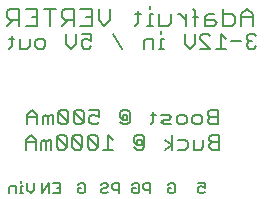
<source format=gbr>
G04 EAGLE Gerber RS-274X export*
G75*
%MOMM*%
%FSLAX34Y34*%
%LPD*%
%INSilkscreen Bottom*%
%IPPOS*%
%AMOC8*
5,1,8,0,0,1.08239X$1,22.5*%
G01*
%ADD10C,0.203200*%
%ADD11C,0.177800*%
%ADD12C,0.127000*%


D10*
X259420Y171704D02*
X259420Y181534D01*
X254505Y186449D01*
X249590Y181534D01*
X249590Y171704D01*
X249590Y179076D02*
X259420Y179076D01*
X234154Y186449D02*
X234154Y171704D01*
X241527Y171704D01*
X243984Y174161D01*
X243984Y179076D01*
X241527Y181534D01*
X234154Y181534D01*
X226091Y181534D02*
X221176Y181534D01*
X218718Y179076D01*
X218718Y171704D01*
X226091Y171704D01*
X228548Y174161D01*
X226091Y176619D01*
X218718Y176619D01*
X210655Y171704D02*
X210655Y183991D01*
X208197Y186449D01*
X208197Y179076D02*
X213112Y179076D01*
X202821Y181534D02*
X202821Y171704D01*
X202821Y176619D02*
X197906Y181534D01*
X195449Y181534D01*
X189958Y181534D02*
X189958Y174161D01*
X187501Y171704D01*
X180128Y171704D01*
X180128Y181534D01*
X174522Y181534D02*
X172064Y181534D01*
X172064Y171704D01*
X169607Y171704D02*
X174522Y171704D01*
X172064Y186449D02*
X172064Y188906D01*
X161774Y183991D02*
X161774Y174161D01*
X159316Y171704D01*
X159316Y181534D02*
X164231Y181534D01*
X138504Y186449D02*
X138504Y176619D01*
X133590Y171704D01*
X128675Y176619D01*
X128675Y186449D01*
X123068Y186449D02*
X113239Y186449D01*
X123068Y186449D02*
X123068Y171704D01*
X113239Y171704D01*
X118154Y179076D02*
X123068Y179076D01*
X107632Y171704D02*
X107632Y186449D01*
X100260Y186449D01*
X97803Y183991D01*
X97803Y179076D01*
X100260Y176619D01*
X107632Y176619D01*
X102717Y176619D02*
X97803Y171704D01*
X87281Y171704D02*
X87281Y186449D01*
X82367Y186449D02*
X92196Y186449D01*
X76760Y186449D02*
X66930Y186449D01*
X76760Y186449D02*
X76760Y171704D01*
X66930Y171704D01*
X71845Y179076D02*
X76760Y179076D01*
X61324Y171704D02*
X61324Y186449D01*
X53952Y186449D01*
X51494Y183991D01*
X51494Y179076D01*
X53952Y176619D01*
X61324Y176619D01*
X56409Y176619D02*
X51494Y171704D01*
D11*
X260206Y164984D02*
X262282Y162908D01*
X260206Y164984D02*
X256054Y164984D01*
X253978Y162908D01*
X253978Y160831D01*
X256054Y158755D01*
X258130Y158755D01*
X256054Y158755D02*
X253978Y156679D01*
X253978Y154603D01*
X256054Y152527D01*
X260206Y152527D01*
X262282Y154603D01*
X249185Y158755D02*
X240880Y158755D01*
X236088Y160831D02*
X231935Y164984D01*
X231935Y152527D01*
X227783Y152527D02*
X236088Y152527D01*
X222990Y152527D02*
X214686Y152527D01*
X222990Y152527D02*
X214686Y160831D01*
X214686Y162908D01*
X216762Y164984D01*
X220914Y164984D01*
X222990Y162908D01*
X209893Y164984D02*
X209893Y156679D01*
X205741Y152527D01*
X201589Y156679D01*
X201589Y164984D01*
X183699Y160831D02*
X181622Y160831D01*
X181622Y152527D01*
X179546Y152527D02*
X183699Y152527D01*
X181622Y164984D02*
X181622Y167060D01*
X174967Y160831D02*
X174967Y152527D01*
X174967Y160831D02*
X168739Y160831D01*
X166663Y158755D01*
X166663Y152527D01*
X148773Y152527D02*
X140468Y164984D01*
X122578Y164984D02*
X114274Y164984D01*
X122578Y164984D02*
X122578Y158755D01*
X118426Y160831D01*
X116350Y160831D01*
X114274Y158755D01*
X114274Y154603D01*
X116350Y152527D01*
X120502Y152527D01*
X122578Y154603D01*
X109481Y156679D02*
X109481Y164984D01*
X109481Y156679D02*
X105329Y152527D01*
X101176Y156679D01*
X101176Y164984D01*
X81210Y152527D02*
X77058Y152527D01*
X74982Y154603D01*
X74982Y158755D01*
X77058Y160831D01*
X81210Y160831D01*
X83286Y158755D01*
X83286Y154603D01*
X81210Y152527D01*
X70189Y154603D02*
X70189Y160831D01*
X70189Y154603D02*
X68113Y152527D01*
X61885Y152527D01*
X61885Y160831D01*
X55016Y162908D02*
X55016Y154603D01*
X52940Y152527D01*
X52940Y160831D02*
X57092Y160831D01*
X229380Y100722D02*
X229380Y88265D01*
X229380Y100722D02*
X223152Y100722D01*
X221076Y98646D01*
X221076Y96569D01*
X223152Y94493D01*
X221076Y92417D01*
X221076Y90341D01*
X223152Y88265D01*
X229380Y88265D01*
X229380Y94493D02*
X223152Y94493D01*
X214207Y88265D02*
X210055Y88265D01*
X207979Y90341D01*
X207979Y94493D01*
X210055Y96569D01*
X214207Y96569D01*
X216283Y94493D01*
X216283Y90341D01*
X214207Y88265D01*
X201110Y88265D02*
X196958Y88265D01*
X194881Y90341D01*
X194881Y94493D01*
X196958Y96569D01*
X201110Y96569D01*
X203186Y94493D01*
X203186Y90341D01*
X201110Y88265D01*
X190089Y88265D02*
X183860Y88265D01*
X181784Y90341D01*
X183860Y92417D01*
X188013Y92417D01*
X190089Y94493D01*
X188013Y96569D01*
X181784Y96569D01*
X174915Y98646D02*
X174915Y90341D01*
X172839Y88265D01*
X172839Y96569D02*
X176991Y96569D01*
X148934Y88265D02*
X146858Y90341D01*
X148934Y88265D02*
X153087Y88265D01*
X155163Y90341D01*
X155163Y98646D01*
X153087Y100722D01*
X148934Y100722D01*
X146858Y98646D01*
X146858Y94493D01*
X148934Y92417D01*
X153087Y92417D01*
X153087Y96569D01*
X148934Y96569D01*
X148934Y92417D01*
X128968Y100722D02*
X120664Y100722D01*
X128968Y100722D02*
X128968Y94493D01*
X124816Y96569D01*
X122740Y96569D01*
X120664Y94493D01*
X120664Y90341D01*
X122740Y88265D01*
X126892Y88265D01*
X128968Y90341D01*
X115871Y90341D02*
X115871Y98646D01*
X113795Y100722D01*
X109643Y100722D01*
X107566Y98646D01*
X107566Y90341D01*
X109643Y88265D01*
X113795Y88265D01*
X115871Y90341D01*
X107566Y98646D01*
X102774Y98646D02*
X102774Y90341D01*
X102774Y98646D02*
X100698Y100722D01*
X96545Y100722D01*
X94469Y98646D01*
X94469Y90341D01*
X96545Y88265D01*
X100698Y88265D01*
X102774Y90341D01*
X94469Y98646D01*
X89676Y96569D02*
X89676Y88265D01*
X89676Y96569D02*
X87600Y96569D01*
X85524Y94493D01*
X85524Y88265D01*
X85524Y94493D02*
X83448Y96569D01*
X81372Y94493D01*
X81372Y88265D01*
X76579Y88265D02*
X76579Y96569D01*
X72427Y100722D01*
X68275Y96569D01*
X68275Y88265D01*
X68275Y94493D02*
X76579Y94493D01*
X230472Y79386D02*
X230472Y66929D01*
X230472Y79386D02*
X224244Y79386D01*
X222167Y77310D01*
X222167Y75233D01*
X224244Y73157D01*
X222167Y71081D01*
X222167Y69005D01*
X224244Y66929D01*
X230472Y66929D01*
X230472Y73157D02*
X224244Y73157D01*
X217375Y75233D02*
X217375Y69005D01*
X215298Y66929D01*
X209070Y66929D01*
X209070Y75233D01*
X202201Y75233D02*
X195973Y75233D01*
X202201Y75233D02*
X204277Y73157D01*
X204277Y69005D01*
X202201Y66929D01*
X195973Y66929D01*
X191180Y66929D02*
X191180Y79386D01*
X191180Y71081D02*
X184952Y66929D01*
X191180Y71081D02*
X184952Y75233D01*
X160940Y66929D02*
X158864Y69005D01*
X160940Y66929D02*
X165092Y66929D01*
X167168Y69005D01*
X167168Y77310D01*
X165092Y79386D01*
X160940Y79386D01*
X158864Y77310D01*
X158864Y73157D01*
X160940Y71081D01*
X165092Y71081D01*
X165092Y75233D01*
X160940Y75233D01*
X160940Y71081D01*
X140974Y75233D02*
X136822Y79386D01*
X136822Y66929D01*
X140974Y66929D02*
X132670Y66929D01*
X127877Y69005D02*
X127877Y77310D01*
X125801Y79386D01*
X121648Y79386D01*
X119572Y77310D01*
X119572Y69005D01*
X121648Y66929D01*
X125801Y66929D01*
X127877Y69005D01*
X119572Y77310D01*
X114779Y77310D02*
X114779Y69005D01*
X114779Y77310D02*
X112703Y79386D01*
X108551Y79386D01*
X106475Y77310D01*
X106475Y69005D01*
X108551Y66929D01*
X112703Y66929D01*
X114779Y69005D01*
X106475Y77310D01*
X101682Y77310D02*
X101682Y69005D01*
X101682Y77310D02*
X99606Y79386D01*
X95454Y79386D01*
X93378Y77310D01*
X93378Y69005D01*
X95454Y66929D01*
X99606Y66929D01*
X101682Y69005D01*
X93378Y77310D01*
X88585Y75233D02*
X88585Y66929D01*
X88585Y75233D02*
X86509Y75233D01*
X84433Y73157D01*
X84433Y66929D01*
X84433Y73157D02*
X82357Y75233D01*
X80281Y73157D01*
X80281Y66929D01*
X75488Y66929D02*
X75488Y75233D01*
X71336Y79386D01*
X67183Y75233D01*
X67183Y66929D01*
X67183Y73157D02*
X75488Y73157D01*
D12*
X212741Y38743D02*
X218673Y38743D01*
X218673Y34294D01*
X215707Y35777D01*
X214224Y35777D01*
X212741Y34294D01*
X212741Y31328D01*
X214224Y29845D01*
X217190Y29845D01*
X218673Y31328D01*
X188824Y38743D02*
X187341Y37260D01*
X188824Y38743D02*
X191790Y38743D01*
X193273Y37260D01*
X193273Y31328D01*
X191790Y29845D01*
X188824Y29845D01*
X187341Y31328D01*
X187341Y34294D01*
X190307Y34294D01*
X112624Y38743D02*
X111141Y37260D01*
X112624Y38743D02*
X115590Y38743D01*
X117073Y37260D01*
X117073Y31328D01*
X115590Y29845D01*
X112624Y29845D01*
X111141Y31328D01*
X111141Y34294D01*
X114107Y34294D01*
X172550Y29845D02*
X172550Y38743D01*
X168101Y38743D01*
X166618Y37260D01*
X166618Y34294D01*
X168101Y32811D01*
X172550Y32811D01*
X158746Y38743D02*
X157263Y37260D01*
X158746Y38743D02*
X161712Y38743D01*
X163195Y37260D01*
X163195Y31328D01*
X161712Y29845D01*
X158746Y29845D01*
X157263Y31328D01*
X157263Y34294D01*
X160229Y34294D01*
X145880Y29845D02*
X145880Y38743D01*
X141431Y38743D01*
X139948Y37260D01*
X139948Y34294D01*
X141431Y32811D01*
X145880Y32811D01*
X132076Y38743D02*
X130593Y37260D01*
X132076Y38743D02*
X135042Y38743D01*
X136525Y37260D01*
X136525Y35777D01*
X135042Y34294D01*
X132076Y34294D01*
X130593Y32811D01*
X130593Y31328D01*
X132076Y29845D01*
X135042Y29845D01*
X136525Y31328D01*
X96350Y38743D02*
X90418Y38743D01*
X96350Y38743D02*
X96350Y29845D01*
X90418Y29845D01*
X93384Y34294D02*
X96350Y34294D01*
X86995Y29845D02*
X86995Y38743D01*
X81063Y29845D01*
X81063Y38743D01*
X74069Y38743D02*
X74069Y32811D01*
X71103Y29845D01*
X68137Y32811D01*
X68137Y38743D01*
X64713Y35777D02*
X63231Y35777D01*
X63231Y29845D01*
X64713Y29845D02*
X61748Y29845D01*
X63231Y38743D02*
X63231Y40226D01*
X58477Y35777D02*
X58477Y29845D01*
X58477Y35777D02*
X54028Y35777D01*
X52545Y34294D01*
X52545Y29845D01*
M02*

</source>
